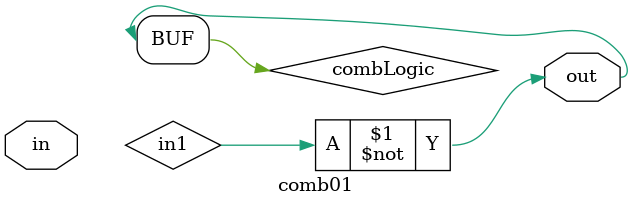
<source format=v>
module comb01 (in,out);
  input in;
  output out;
  wire combLogic;
  assign combLogic = ~in1;
  assign out = combLogic;
endmodule

</source>
